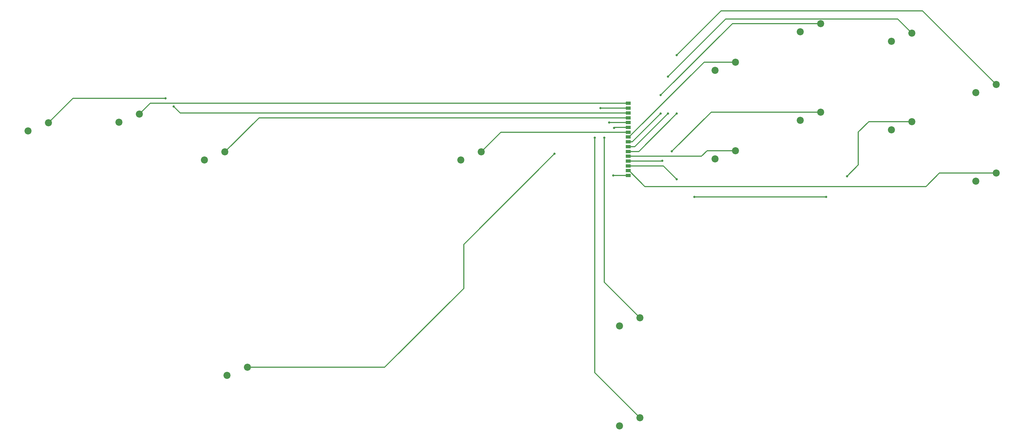
<source format=gbr>
%TF.GenerationSoftware,KiCad,Pcbnew,7.0.5*%
%TF.CreationDate,2023-07-28T19:17:22-07:00*%
%TF.ProjectId,BrookHitbox,42726f6f-6b48-4697-9462-6f782e6b6963,rev?*%
%TF.SameCoordinates,Original*%
%TF.FileFunction,Copper,L2,Bot*%
%TF.FilePolarity,Positive*%
%FSLAX46Y46*%
G04 Gerber Fmt 4.6, Leading zero omitted, Abs format (unit mm)*
G04 Created by KiCad (PCBNEW 7.0.5) date 2023-07-28 19:17:22*
%MOMM*%
%LPD*%
G01*
G04 APERTURE LIST*
%TA.AperFunction,ComponentPad*%
%ADD10C,2.200000*%
%TD*%
%TA.AperFunction,SMDPad,CuDef*%
%ADD11R,1.500000X1.000000*%
%TD*%
%TA.AperFunction,ViaPad*%
%ADD12C,0.700000*%
%TD*%
%TA.AperFunction,Conductor*%
%ADD13C,0.300000*%
%TD*%
G04 APERTURE END LIST*
D10*
%TO.P,SW_TRIANGLE1,1,PIN1*%
%TO.N,/TRI*%
X308780000Y-81941000D03*
%TO.P,SW_TRIANGLE1,2,PIN2*%
%TO.N,GND*%
X302430000Y-84481000D03*
%TD*%
%TO.P,SW_PSXBOX1,1,PIN1*%
%TO.N,/PS*%
X252560000Y-204841000D03*
%TO.P,SW_PSXBOX1,2,PIN2*%
%TO.N,GND*%
X246210000Y-207381000D03*
%TD*%
%TO.P,SW_SELECT1,1,PIN1*%
%TO.N,/SEL*%
X252560000Y-173656000D03*
%TO.P,SW_SELECT1,2,PIN2*%
%TO.N,GND*%
X246210000Y-176196000D03*
%TD*%
%TO.P,SW_SQUARE1,1,PIN1*%
%TO.N,/SQU*%
X282262000Y-93937000D03*
%TO.P,SW_SQUARE1,2,PIN2*%
%TO.N,GND*%
X275912000Y-96477000D03*
%TD*%
%TO.P,SW_R1,1,PIN1*%
%TO.N,/R1*%
X337135000Y-84916000D03*
%TO.P,SW_R1,2,PIN2*%
%TO.N,GND*%
X330785000Y-87456000D03*
%TD*%
%TO.P,SW_CIRCLE1,1,PIN1*%
%TO.N,/CIR*%
X308780000Y-109551000D03*
%TO.P,SW_CIRCLE1,2,PIN2*%
%TO.N,GND*%
X302430000Y-112091000D03*
%TD*%
%TO.P,SW_DOWN1,1,PIN1*%
%TO.N,/DWN*%
X96896000Y-110157000D03*
%TO.P,SW_DOWN1,2,PIN2*%
%TO.N,GND*%
X90546000Y-112697000D03*
%TD*%
%TO.P,SW_L2,1,PIN1*%
%TO.N,/L2*%
X363358000Y-128562000D03*
%TO.P,SW_L2,2,PIN2*%
%TO.N,GND*%
X357008000Y-131102000D03*
%TD*%
%TO.P,SW_RIGHT1,1,PIN1*%
%TO.N,/RT*%
X123468000Y-121920000D03*
%TO.P,SW_RIGHT1,2,PIN2*%
%TO.N,GND*%
X117118000Y-124460000D03*
%TD*%
%TO.P,SW_LEFT1,1,PIN1*%
%TO.N,/LFT*%
X68540000Y-112883000D03*
%TO.P,SW_LEFT1,2,PIN2*%
%TO.N,GND*%
X62190000Y-115423000D03*
%TD*%
%TO.P,SW_START1,1,PIN1*%
%TO.N,/STA*%
X203200000Y-121920000D03*
%TO.P,SW_START1,2,PIN2*%
%TO.N,GND*%
X196850000Y-124460000D03*
%TD*%
%TO.P,SW_R2,1,PIN1*%
%TO.N,/R2*%
X337135000Y-112526000D03*
%TO.P,SW_R2,2,PIN2*%
%TO.N,GND*%
X330785000Y-115066000D03*
%TD*%
%TO.P,SW_X1,1,PIN1*%
%TO.N,/X*%
X282262000Y-121546000D03*
%TO.P,SW_X1,2,PIN2*%
%TO.N,GND*%
X275912000Y-124086000D03*
%TD*%
D11*
%TO.P,BrookConnection1,1,DOWN*%
%TO.N,/DWN*%
X248920000Y-106800000D03*
%TO.P,BrookConnection1,2,UP*%
%TO.N,/UP*%
X248920000Y-108300000D03*
%TO.P,BrookConnection1,3,LEFT*%
%TO.N,/LFT*%
X248920000Y-109800000D03*
%TO.P,BrookConnection1,4,RIGHT*%
%TO.N,/RT*%
X248920000Y-111300000D03*
%TO.P,BrookConnection1,5,PS/XBOX*%
%TO.N,/PS*%
X248920000Y-112800000D03*
%TO.P,BrookConnection1,6,SELECT*%
%TO.N,/SEL*%
X248920000Y-114300000D03*
%TO.P,BrookConnection1,7,START*%
%TO.N,/STA*%
X248920000Y-115800000D03*
%TO.P,BrookConnection1,8,1P*%
%TO.N,/SQU*%
X248920000Y-117300000D03*
%TO.P,BrookConnection1,9,2P*%
%TO.N,/TRI*%
X248920000Y-118800000D03*
%TO.P,BrookConnection1,10,3P*%
%TO.N,/R1*%
X248920000Y-120300000D03*
%TO.P,BrookConnection1,11,4P*%
%TO.N,/L1*%
X248920000Y-121800000D03*
%TO.P,BrookConnection1,12,1K*%
%TO.N,/X*%
X248920000Y-123300000D03*
%TO.P,BrookConnection1,13,2K*%
%TO.N,/CIR*%
X248920000Y-124800000D03*
%TO.P,BrookConnection1,14,3K*%
%TO.N,/R2*%
X248920000Y-126300000D03*
%TO.P,BrookConnection1,15,4K*%
%TO.N,/L2*%
X248920000Y-127800000D03*
%TO.P,BrookConnection1,16,GND*%
%TO.N,GND*%
X248920000Y-129300000D03*
%TD*%
D10*
%TO.P,SW_L1,1,PIN1*%
%TO.N,/L1*%
X363358000Y-100952000D03*
%TO.P,SW_L1,2,PIN2*%
%TO.N,GND*%
X357008000Y-103492000D03*
%TD*%
%TO.P,SW_UP1,1,PIN1*%
%TO.N,/UP*%
X130427000Y-189071000D03*
%TO.P,SW_UP1,2,PIN2*%
%TO.N,GND*%
X124077000Y-191611000D03*
%TD*%
D12*
%TO.N,/UP*%
X226000000Y-122500000D03*
X240250000Y-108250000D03*
%TO.N,GND*%
X244250000Y-129250000D03*
%TO.N,/PS*%
X238500000Y-117500000D03*
X243000000Y-112750000D03*
%TO.N,/SEL*%
X241500000Y-117500000D03*
X244500000Y-114500000D03*
%TO.N,/R2*%
X317000000Y-129500000D03*
X310500000Y-136000000D03*
X264000000Y-130500000D03*
X269500000Y-136000000D03*
%TO.N,/CIR*%
X262500000Y-121750000D03*
X259500000Y-124750000D03*
%TO.N,/L1*%
X264000000Y-91750000D03*
X264000000Y-110000000D03*
%TO.N,/R1*%
X261250000Y-98500000D03*
X261250000Y-110000000D03*
%TO.N,/TRI*%
X259000000Y-104250000D03*
X259000000Y-110000000D03*
%TO.N,/LFT*%
X105000000Y-105250000D03*
X107500000Y-107750000D03*
%TD*%
D13*
%TO.N,/UP*%
X173179000Y-189071000D02*
X130427000Y-189071000D01*
X197750000Y-150750000D02*
X197750000Y-164500000D01*
X226000000Y-122500000D02*
X197750000Y-150750000D01*
X197750000Y-164500000D02*
X173179000Y-189071000D01*
X240300000Y-108300000D02*
X240250000Y-108250000D01*
X248920000Y-108300000D02*
X240300000Y-108300000D01*
%TO.N,GND*%
X244300000Y-129300000D02*
X244250000Y-129250000D01*
X248920000Y-129300000D02*
X244300000Y-129300000D01*
%TO.N,/PS*%
X238500000Y-190781000D02*
X252560000Y-204841000D01*
X238500000Y-117500000D02*
X238500000Y-190781000D01*
X243050000Y-112800000D02*
X243000000Y-112750000D01*
X248920000Y-112800000D02*
X243050000Y-112800000D01*
%TO.N,/SEL*%
X241500000Y-162596000D02*
X252560000Y-173656000D01*
X244700000Y-114300000D02*
X244500000Y-114500000D01*
X248920000Y-114300000D02*
X244700000Y-114300000D01*
X241500000Y-117500000D02*
X241500000Y-162596000D01*
%TO.N,/R2*%
X323724000Y-112526000D02*
X337135000Y-112526000D01*
X320500000Y-115750000D02*
X323724000Y-112526000D01*
X320500000Y-126000000D02*
X320500000Y-115750000D01*
X317000000Y-129500000D02*
X320500000Y-126000000D01*
X269500000Y-136000000D02*
X310500000Y-136000000D01*
X259800000Y-126300000D02*
X264000000Y-130500000D01*
X248920000Y-126300000D02*
X259800000Y-126300000D01*
%TO.N,/CIR*%
X274699000Y-109551000D02*
X308780000Y-109551000D01*
X262500000Y-121750000D02*
X274699000Y-109551000D01*
X259450000Y-124800000D02*
X259500000Y-124750000D01*
X248920000Y-124800000D02*
X259450000Y-124800000D01*
%TO.N,/X*%
X273454000Y-121546000D02*
X282262000Y-121546000D01*
X271700000Y-123300000D02*
X273454000Y-121546000D01*
X248920000Y-123300000D02*
X271700000Y-123300000D01*
%TO.N,/L2*%
X254120000Y-132750000D02*
X341500000Y-132750000D01*
X249170000Y-127800000D02*
X254120000Y-132750000D01*
X341500000Y-132750000D02*
X345688000Y-128562000D01*
X248920000Y-127800000D02*
X249170000Y-127800000D01*
X345688000Y-128562000D02*
X363358000Y-128562000D01*
%TO.N,/L1*%
X340406000Y-78000000D02*
X363358000Y-100952000D01*
X277750000Y-78000000D02*
X340406000Y-78000000D01*
X264000000Y-91750000D02*
X277750000Y-78000000D01*
X252200000Y-121800000D02*
X264000000Y-110000000D01*
X248920000Y-121800000D02*
X252200000Y-121800000D01*
%TO.N,/R1*%
X332710000Y-80491000D02*
X337135000Y-84916000D01*
X279259000Y-80491000D02*
X332710000Y-80491000D01*
X261250000Y-98500000D02*
X279259000Y-80491000D01*
X250950000Y-120300000D02*
X261250000Y-110000000D01*
X248920000Y-120300000D02*
X250950000Y-120300000D01*
%TO.N,/TRI*%
X259000000Y-104250000D02*
X281309000Y-81941000D01*
X281309000Y-81941000D02*
X308780000Y-81941000D01*
X250200000Y-118800000D02*
X259000000Y-110000000D01*
X248920000Y-118800000D02*
X250200000Y-118800000D01*
%TO.N,/SQU*%
X272533000Y-93937000D02*
X282262000Y-93937000D01*
X249170000Y-117300000D02*
X272533000Y-93937000D01*
X248920000Y-117300000D02*
X249170000Y-117300000D01*
%TO.N,/STA*%
X248920000Y-115800000D02*
X209320000Y-115800000D01*
X209320000Y-115800000D02*
X203200000Y-121920000D01*
%TO.N,/RT*%
X248920000Y-111300000D02*
X134088000Y-111300000D01*
X134088000Y-111300000D02*
X123468000Y-121920000D01*
%TO.N,/LFT*%
X76173000Y-105250000D02*
X68540000Y-112883000D01*
X105000000Y-105250000D02*
X76173000Y-105250000D01*
X109550000Y-109800000D02*
X107500000Y-107750000D01*
X248920000Y-109800000D02*
X109550000Y-109800000D01*
%TO.N,/DWN*%
X100253000Y-106800000D02*
X96896000Y-110157000D01*
X248920000Y-106800000D02*
X100253000Y-106800000D01*
%TD*%
M02*

</source>
